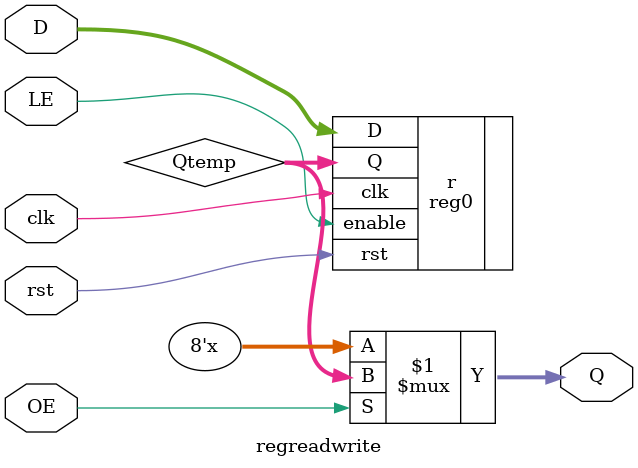
<source format=v>
`include "reg.v"
module regreadwrite(clk, LE, OE, rst, D, Q);
	parameter width = 8;
	input LE, OE, clk, rst;
	input [width-1:0] D;
	output [width-1:0] Q;

	wire [width-1:0] Qtemp;
reg0 r(
	.clk(clk),
	.enable(LE),
	.rst(rst),
	.D(D),
	.Q(Qtemp));
defparam r.width = width;
assign Q = OE ? Qtemp : {width{1'bz}};
endmodule 
</source>
